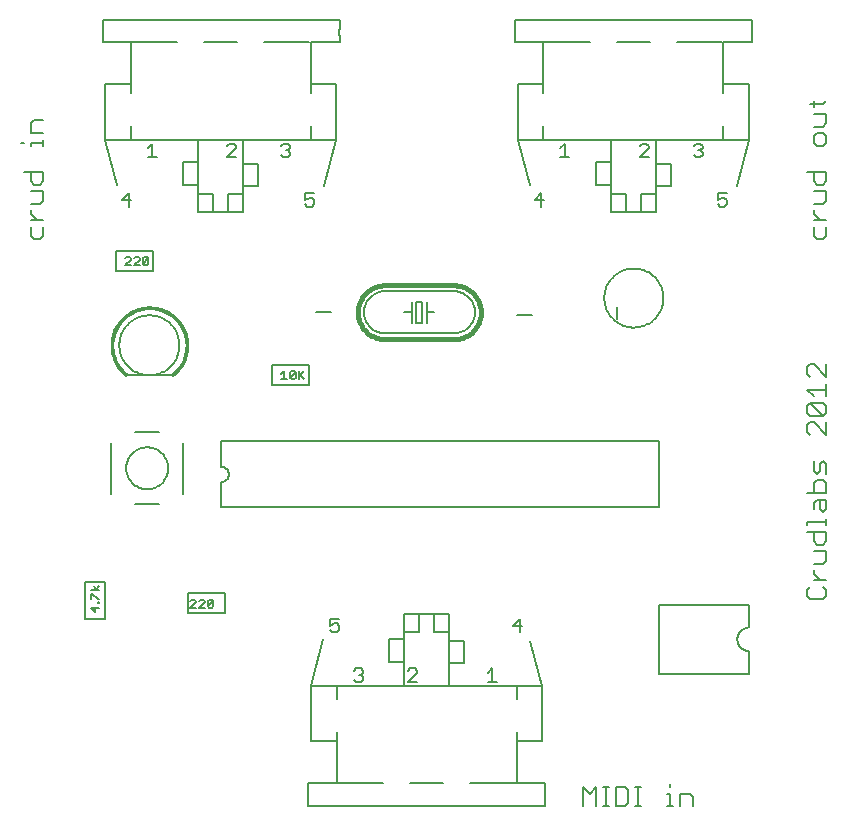
<source format=gto>
G75*
G70*
%OFA0B0*%
%FSLAX24Y24*%
%IPPOS*%
%LPD*%
%AMOC8*
5,1,8,0,0,1.08239X$1,22.5*
%
%ADD10C,0.0060*%
%ADD11C,0.0080*%
%ADD12C,0.0050*%
%ADD13C,0.0160*%
%ADD14C,0.0010*%
D10*
X009887Y000762D02*
X009887Y001062D01*
X009904Y001062D01*
X009904Y001262D01*
X009887Y001262D01*
X009887Y001512D01*
X010851Y001512D01*
X010851Y002912D01*
X010851Y003212D01*
X010851Y002912D02*
X010001Y002912D01*
X010001Y004762D01*
X010851Y004762D01*
X010851Y004312D01*
X010851Y004762D02*
X013101Y004762D01*
X013101Y005562D01*
X012601Y005562D01*
X012601Y006312D01*
X013101Y006312D01*
X013101Y006562D01*
X013601Y006562D01*
X013601Y007162D01*
X014101Y007162D01*
X014101Y006562D01*
X014601Y006562D01*
X014601Y006262D01*
X015101Y006262D01*
X015101Y005512D01*
X014601Y005512D01*
X014601Y004762D01*
X013101Y004762D01*
X013101Y005562D02*
X013101Y006312D01*
X013101Y006562D02*
X013101Y007162D01*
X013601Y007162D01*
X014101Y007162D02*
X014601Y007162D01*
X014601Y006562D01*
X014601Y006262D02*
X014601Y005512D01*
X014601Y004762D02*
X016851Y004762D01*
X016851Y004312D01*
X016851Y004762D02*
X017701Y004762D01*
X017701Y002912D01*
X016851Y002912D01*
X016851Y003212D01*
X016851Y002912D02*
X016851Y001512D01*
X015301Y001512D01*
X014401Y001512D02*
X013301Y001512D01*
X012401Y001512D02*
X010901Y001512D01*
X009887Y000762D02*
X017780Y000762D01*
X017780Y001062D01*
X017775Y001102D01*
X017775Y001302D01*
X017780Y001262D01*
X017780Y001512D01*
X016851Y001512D01*
X019064Y001376D02*
X019064Y000736D01*
X019491Y000736D02*
X019491Y001376D01*
X019277Y001163D01*
X019064Y001376D01*
X019708Y001376D02*
X019922Y001376D01*
X019815Y001376D02*
X019815Y000736D01*
X019708Y000736D02*
X019922Y000736D01*
X020138Y000736D02*
X020458Y000736D01*
X020565Y000842D01*
X020565Y001269D01*
X020458Y001376D01*
X020138Y001376D01*
X020138Y000736D01*
X020782Y000736D02*
X020996Y000736D01*
X020889Y000736D02*
X020889Y001376D01*
X020782Y001376D02*
X020996Y001376D01*
X021856Y001163D02*
X021963Y001163D01*
X021963Y000736D01*
X021856Y000736D02*
X022070Y000736D01*
X022286Y000736D02*
X022286Y001163D01*
X022606Y001163D01*
X022713Y001056D01*
X022713Y000736D01*
X021963Y001376D02*
X021963Y001483D01*
X021601Y005156D02*
X021601Y007456D01*
X024601Y007456D01*
X024601Y006706D01*
X024562Y006704D01*
X024523Y006698D01*
X024485Y006689D01*
X024448Y006676D01*
X024412Y006659D01*
X024379Y006639D01*
X024347Y006615D01*
X024318Y006589D01*
X024292Y006560D01*
X024268Y006528D01*
X024248Y006495D01*
X024231Y006459D01*
X024218Y006422D01*
X024209Y006384D01*
X024203Y006345D01*
X024201Y006306D01*
X024203Y006267D01*
X024209Y006228D01*
X024218Y006190D01*
X024231Y006153D01*
X024248Y006117D01*
X024268Y006084D01*
X024292Y006052D01*
X024318Y006023D01*
X024347Y005997D01*
X024379Y005973D01*
X024412Y005953D01*
X024448Y005936D01*
X024485Y005923D01*
X024523Y005914D01*
X024562Y005908D01*
X024601Y005906D01*
X024601Y005156D01*
X021601Y005156D01*
X017701Y004762D02*
X017301Y006262D01*
X021601Y010706D02*
X021601Y012906D01*
X007001Y012906D01*
X007001Y012056D01*
X007031Y012054D01*
X007061Y012049D01*
X007090Y012040D01*
X007117Y012027D01*
X007143Y012012D01*
X007167Y011993D01*
X007188Y011972D01*
X007207Y011948D01*
X007222Y011922D01*
X007235Y011895D01*
X007244Y011866D01*
X007249Y011836D01*
X007251Y011806D01*
X007249Y011776D01*
X007244Y011746D01*
X007235Y011717D01*
X007222Y011690D01*
X007207Y011664D01*
X007188Y011640D01*
X007167Y011619D01*
X007143Y011600D01*
X007117Y011585D01*
X007090Y011572D01*
X007061Y011563D01*
X007031Y011558D01*
X007001Y011556D01*
X007001Y010706D01*
X021601Y010706D01*
X026530Y011181D02*
X027171Y011181D01*
X027171Y011501D01*
X027064Y011608D01*
X026851Y011608D01*
X026744Y011501D01*
X026744Y011181D01*
X026851Y010963D02*
X027171Y010963D01*
X027171Y010643D01*
X027064Y010536D01*
X026957Y010643D01*
X026957Y010963D01*
X026851Y010963D02*
X026744Y010856D01*
X026744Y010643D01*
X026530Y010213D02*
X027171Y010213D01*
X027171Y010106D02*
X027171Y010320D01*
X027171Y009889D02*
X027171Y009569D01*
X027064Y009462D01*
X026851Y009462D01*
X026744Y009569D01*
X026744Y009889D01*
X026530Y009889D02*
X027171Y009889D01*
X027171Y009244D02*
X026744Y009244D01*
X026744Y008817D02*
X027064Y008817D01*
X027171Y008924D01*
X027171Y009244D01*
X026744Y008600D02*
X026744Y008494D01*
X026957Y008280D01*
X026744Y008280D02*
X027171Y008280D01*
X027064Y008063D02*
X027171Y007956D01*
X027171Y007742D01*
X027064Y007636D01*
X026637Y007636D01*
X026530Y007742D01*
X026530Y007956D01*
X026637Y008063D01*
X026530Y010106D02*
X026530Y010213D01*
X026851Y011825D02*
X026744Y011932D01*
X026744Y012252D01*
X026957Y012145D02*
X026957Y011932D01*
X026851Y011825D01*
X026957Y012145D02*
X027064Y012252D01*
X027171Y012145D01*
X027171Y011825D01*
X027171Y013114D02*
X026744Y013541D01*
X026637Y013541D01*
X026530Y013434D01*
X026530Y013221D01*
X026637Y013114D01*
X027171Y013114D02*
X027171Y013541D01*
X027064Y013759D02*
X026637Y014186D01*
X027064Y014186D01*
X027171Y014079D01*
X027171Y013865D01*
X027064Y013759D01*
X026637Y013759D01*
X026530Y013865D01*
X026530Y014079D01*
X026637Y014186D01*
X026744Y014403D02*
X026530Y014617D01*
X027171Y014617D01*
X027171Y014830D02*
X027171Y014403D01*
X027171Y015048D02*
X026744Y015475D01*
X026637Y015475D01*
X026530Y015368D01*
X026530Y015154D01*
X026637Y015048D01*
X027171Y015048D02*
X027171Y015475D01*
X027064Y019636D02*
X026851Y019636D01*
X026744Y019742D01*
X026744Y020063D01*
X026744Y020280D02*
X027171Y020280D01*
X026957Y020280D02*
X026744Y020494D01*
X026744Y020600D01*
X026744Y020817D02*
X027064Y020817D01*
X027171Y020924D01*
X027171Y021244D01*
X026744Y021244D01*
X026851Y021462D02*
X026744Y021569D01*
X026744Y021889D01*
X026530Y021889D02*
X027171Y021889D01*
X027171Y021569D01*
X027064Y021462D01*
X026851Y021462D01*
X026851Y022751D02*
X027064Y022751D01*
X027171Y022858D01*
X027171Y023071D01*
X027064Y023178D01*
X026851Y023178D01*
X026744Y023071D01*
X026744Y022858D01*
X026851Y022751D01*
X026744Y023395D02*
X027064Y023395D01*
X027171Y023502D01*
X027171Y023822D01*
X026744Y023822D01*
X026744Y024040D02*
X026744Y024253D01*
X026637Y024147D02*
X027064Y024147D01*
X027171Y024253D01*
X024690Y026199D02*
X023726Y026199D01*
X023726Y024799D01*
X023726Y024499D01*
X023726Y024799D02*
X024576Y024799D01*
X024576Y022949D01*
X023726Y022949D01*
X023726Y023399D01*
X023726Y022949D02*
X021476Y022949D01*
X021476Y022149D01*
X021976Y022149D01*
X021976Y021399D01*
X021476Y021399D01*
X021476Y021149D01*
X020976Y021149D01*
X020976Y020549D01*
X020476Y020549D01*
X020476Y021149D01*
X019976Y021149D01*
X019976Y021449D01*
X019476Y021449D01*
X019476Y022199D01*
X019976Y022199D01*
X019976Y022949D01*
X021476Y022949D01*
X021476Y022149D02*
X021476Y021399D01*
X021476Y021149D02*
X021476Y020549D01*
X020976Y020549D01*
X020476Y020549D02*
X019976Y020549D01*
X019976Y021149D01*
X019976Y021449D02*
X019976Y022199D01*
X019976Y022949D02*
X017726Y022949D01*
X017726Y023399D01*
X017726Y022949D02*
X016876Y022949D01*
X016876Y024799D01*
X017726Y024799D01*
X017726Y024499D01*
X017726Y024799D02*
X017726Y026199D01*
X019276Y026199D01*
X020176Y026199D02*
X021276Y026199D01*
X022176Y026199D02*
X023676Y026199D01*
X024690Y026199D02*
X024690Y026449D01*
X024673Y026449D01*
X024673Y026649D01*
X024690Y026649D01*
X024690Y026949D01*
X016797Y026949D01*
X016797Y026649D01*
X016801Y026610D01*
X016801Y026410D01*
X016797Y026449D01*
X016797Y026199D01*
X017726Y026199D01*
X016876Y022949D02*
X017276Y021449D01*
X014751Y017906D02*
X012451Y017906D01*
X012400Y017904D01*
X012349Y017899D01*
X012299Y017889D01*
X012249Y017876D01*
X012201Y017860D01*
X012154Y017840D01*
X012108Y017816D01*
X012065Y017790D01*
X012023Y017760D01*
X011984Y017727D01*
X011947Y017692D01*
X011913Y017654D01*
X011882Y017613D01*
X011853Y017571D01*
X011828Y017526D01*
X011807Y017480D01*
X011788Y017432D01*
X011774Y017383D01*
X011763Y017333D01*
X011755Y017283D01*
X011751Y017232D01*
X011751Y017180D01*
X011755Y017129D01*
X011763Y017079D01*
X011774Y017029D01*
X011788Y016980D01*
X011807Y016932D01*
X011828Y016886D01*
X011853Y016841D01*
X011882Y016799D01*
X011913Y016758D01*
X011947Y016720D01*
X011984Y016685D01*
X012023Y016652D01*
X012065Y016622D01*
X012108Y016596D01*
X012154Y016572D01*
X012201Y016552D01*
X012249Y016536D01*
X012299Y016523D01*
X012349Y016513D01*
X012400Y016508D01*
X012451Y016506D01*
X014751Y016506D01*
X014802Y016508D01*
X014853Y016513D01*
X014903Y016523D01*
X014953Y016536D01*
X015001Y016552D01*
X015048Y016572D01*
X015094Y016596D01*
X015137Y016622D01*
X015179Y016652D01*
X015218Y016685D01*
X015255Y016720D01*
X015289Y016758D01*
X015320Y016799D01*
X015349Y016841D01*
X015374Y016886D01*
X015395Y016932D01*
X015414Y016980D01*
X015428Y017029D01*
X015439Y017079D01*
X015447Y017129D01*
X015451Y017180D01*
X015451Y017232D01*
X015447Y017283D01*
X015439Y017333D01*
X015428Y017383D01*
X015414Y017432D01*
X015395Y017480D01*
X015374Y017526D01*
X015349Y017571D01*
X015320Y017613D01*
X015289Y017654D01*
X015255Y017692D01*
X015218Y017727D01*
X015179Y017760D01*
X015137Y017790D01*
X015094Y017816D01*
X015048Y017840D01*
X015001Y017860D01*
X014953Y017876D01*
X014903Y017889D01*
X014853Y017899D01*
X014802Y017904D01*
X014751Y017906D01*
X014101Y017206D02*
X013851Y017206D01*
X013851Y017556D01*
X013701Y017556D02*
X013701Y016856D01*
X013501Y016856D01*
X013501Y017556D01*
X013701Y017556D01*
X013351Y017556D02*
X013351Y017206D01*
X013101Y017206D01*
X013351Y017206D02*
X013351Y016856D01*
X013851Y016856D02*
X013851Y017206D01*
X010426Y021399D02*
X010826Y022949D01*
X009976Y022949D01*
X009976Y023399D01*
X009976Y022949D02*
X007726Y022949D01*
X007726Y022149D01*
X008226Y022149D01*
X008226Y021399D01*
X007726Y021399D01*
X007726Y021149D01*
X007226Y021149D01*
X007226Y020549D01*
X006726Y020549D01*
X006726Y021149D01*
X006226Y021149D01*
X006226Y021449D01*
X005726Y021449D01*
X005726Y022199D01*
X006226Y022199D01*
X006226Y022949D01*
X007726Y022949D01*
X007726Y022149D02*
X007726Y021399D01*
X007726Y021149D02*
X007726Y020549D01*
X007226Y020549D01*
X006726Y020549D02*
X006226Y020549D01*
X006226Y021149D01*
X006226Y021449D02*
X006226Y022199D01*
X006226Y022949D02*
X003976Y022949D01*
X003976Y023399D01*
X003976Y022949D02*
X003126Y022949D01*
X003126Y024799D01*
X003976Y024799D01*
X003976Y024499D01*
X003976Y024799D02*
X003976Y026199D01*
X005526Y026199D01*
X006426Y026199D02*
X007526Y026199D01*
X008426Y026199D02*
X009926Y026199D01*
X009976Y026199D02*
X009976Y024799D01*
X009976Y024499D01*
X009976Y024799D02*
X010826Y024799D01*
X010826Y022949D01*
X010940Y026199D02*
X009976Y026199D01*
X010940Y026199D02*
X010940Y026449D01*
X010923Y026449D01*
X010923Y026649D01*
X010940Y026649D01*
X010940Y026949D01*
X003047Y026949D01*
X003047Y026649D01*
X003051Y026610D01*
X003051Y026410D01*
X003047Y026449D01*
X003047Y026199D01*
X003976Y026199D01*
X001071Y023608D02*
X000751Y023608D01*
X000644Y023501D01*
X000644Y023181D01*
X001071Y023181D01*
X001071Y022964D02*
X001071Y022751D01*
X001071Y022858D02*
X000644Y022858D01*
X000644Y022751D01*
X000430Y022858D02*
X000324Y022858D01*
X000430Y021889D02*
X001071Y021889D01*
X001071Y021569D01*
X000964Y021462D01*
X000751Y021462D01*
X000644Y021569D01*
X000644Y021889D01*
X000644Y021244D02*
X001071Y021244D01*
X001071Y020924D01*
X000964Y020817D01*
X000644Y020817D01*
X000644Y020600D02*
X000644Y020494D01*
X000857Y020280D01*
X000644Y020280D02*
X001071Y020280D01*
X001071Y020063D02*
X001071Y019742D01*
X000964Y019636D01*
X000751Y019636D01*
X000644Y019742D01*
X000644Y020063D01*
X003526Y021449D02*
X003126Y022949D01*
X003601Y016106D02*
X003603Y016169D01*
X003609Y016231D01*
X003619Y016293D01*
X003632Y016355D01*
X003650Y016415D01*
X003671Y016474D01*
X003696Y016532D01*
X003725Y016588D01*
X003757Y016642D01*
X003792Y016694D01*
X003830Y016743D01*
X003872Y016791D01*
X003916Y016835D01*
X003964Y016877D01*
X004013Y016915D01*
X004065Y016950D01*
X004119Y016982D01*
X004175Y017011D01*
X004233Y017036D01*
X004292Y017057D01*
X004352Y017075D01*
X004414Y017088D01*
X004476Y017098D01*
X004538Y017104D01*
X004601Y017106D01*
X004664Y017104D01*
X004726Y017098D01*
X004788Y017088D01*
X004850Y017075D01*
X004910Y017057D01*
X004969Y017036D01*
X005027Y017011D01*
X005083Y016982D01*
X005137Y016950D01*
X005189Y016915D01*
X005238Y016877D01*
X005286Y016835D01*
X005330Y016791D01*
X005372Y016743D01*
X005410Y016694D01*
X005445Y016642D01*
X005477Y016588D01*
X005506Y016532D01*
X005531Y016474D01*
X005552Y016415D01*
X005570Y016355D01*
X005583Y016293D01*
X005593Y016231D01*
X005599Y016169D01*
X005601Y016106D01*
X005599Y016043D01*
X005593Y015981D01*
X005583Y015919D01*
X005570Y015857D01*
X005552Y015797D01*
X005531Y015738D01*
X005506Y015680D01*
X005477Y015624D01*
X005445Y015570D01*
X005410Y015518D01*
X005372Y015469D01*
X005330Y015421D01*
X005286Y015377D01*
X005238Y015335D01*
X005189Y015297D01*
X005137Y015262D01*
X005083Y015230D01*
X005027Y015201D01*
X004969Y015176D01*
X004910Y015155D01*
X004850Y015137D01*
X004788Y015124D01*
X004726Y015114D01*
X004664Y015108D01*
X004601Y015106D01*
X004538Y015108D01*
X004476Y015114D01*
X004414Y015124D01*
X004352Y015137D01*
X004292Y015155D01*
X004233Y015176D01*
X004175Y015201D01*
X004119Y015230D01*
X004065Y015262D01*
X004013Y015297D01*
X003964Y015335D01*
X003916Y015377D01*
X003872Y015421D01*
X003830Y015469D01*
X003792Y015518D01*
X003757Y015570D01*
X003725Y015624D01*
X003696Y015680D01*
X003671Y015738D01*
X003650Y015797D01*
X003632Y015857D01*
X003619Y015919D01*
X003609Y015981D01*
X003603Y016043D01*
X003601Y016106D01*
X010401Y006312D02*
X010001Y004762D01*
X024176Y021399D02*
X024576Y022949D01*
X027171Y020063D02*
X027171Y019742D01*
X027064Y019636D01*
D11*
X003135Y006995D02*
X002466Y006995D01*
X002466Y008216D01*
X003135Y008216D01*
X003135Y006995D01*
X005891Y007171D02*
X007111Y007171D01*
X007111Y007840D01*
X005891Y007840D01*
X005891Y007171D01*
X004926Y010806D02*
X004121Y010806D01*
X003326Y011156D02*
X003326Y012856D01*
X004133Y013206D02*
X004926Y013206D01*
X005726Y012856D02*
X005726Y011156D01*
X003826Y012006D02*
X003828Y012058D01*
X003834Y012110D01*
X003844Y012162D01*
X003857Y012212D01*
X003874Y012262D01*
X003895Y012310D01*
X003920Y012356D01*
X003948Y012400D01*
X003979Y012442D01*
X004013Y012482D01*
X004050Y012519D01*
X004090Y012553D01*
X004132Y012584D01*
X004176Y012612D01*
X004222Y012637D01*
X004270Y012658D01*
X004320Y012675D01*
X004370Y012688D01*
X004422Y012698D01*
X004474Y012704D01*
X004526Y012706D01*
X004578Y012704D01*
X004630Y012698D01*
X004682Y012688D01*
X004732Y012675D01*
X004782Y012658D01*
X004830Y012637D01*
X004876Y012612D01*
X004920Y012584D01*
X004962Y012553D01*
X005002Y012519D01*
X005039Y012482D01*
X005073Y012442D01*
X005104Y012400D01*
X005132Y012356D01*
X005157Y012310D01*
X005178Y012262D01*
X005195Y012212D01*
X005208Y012162D01*
X005218Y012110D01*
X005224Y012058D01*
X005226Y012006D01*
X005224Y011954D01*
X005218Y011902D01*
X005208Y011850D01*
X005195Y011800D01*
X005178Y011750D01*
X005157Y011702D01*
X005132Y011656D01*
X005104Y011612D01*
X005073Y011570D01*
X005039Y011530D01*
X005002Y011493D01*
X004962Y011459D01*
X004920Y011428D01*
X004876Y011400D01*
X004830Y011375D01*
X004782Y011354D01*
X004732Y011337D01*
X004682Y011324D01*
X004630Y011314D01*
X004578Y011308D01*
X004526Y011306D01*
X004474Y011308D01*
X004422Y011314D01*
X004370Y011324D01*
X004320Y011337D01*
X004270Y011354D01*
X004222Y011375D01*
X004176Y011400D01*
X004132Y011428D01*
X004090Y011459D01*
X004050Y011493D01*
X004013Y011530D01*
X003979Y011570D01*
X003948Y011612D01*
X003920Y011656D01*
X003895Y011702D01*
X003874Y011750D01*
X003857Y011800D01*
X003844Y011850D01*
X003834Y011902D01*
X003828Y011954D01*
X003826Y012006D01*
X003851Y015106D02*
X005351Y015106D01*
X008691Y015440D02*
X008691Y014771D01*
X009911Y014771D01*
X009911Y015440D01*
X008691Y015440D01*
X010151Y017206D02*
X010651Y017206D01*
X004711Y018571D02*
X003491Y018571D01*
X003491Y019240D01*
X004711Y019240D01*
X004711Y018571D01*
X016851Y017106D02*
X017351Y017106D01*
X020201Y016981D02*
X020201Y017381D01*
X019767Y017681D02*
X019769Y017743D01*
X019775Y017806D01*
X019785Y017867D01*
X019799Y017928D01*
X019816Y017988D01*
X019837Y018047D01*
X019863Y018104D01*
X019891Y018159D01*
X019923Y018213D01*
X019959Y018264D01*
X019997Y018314D01*
X020039Y018360D01*
X020083Y018404D01*
X020131Y018445D01*
X020180Y018483D01*
X020232Y018517D01*
X020286Y018548D01*
X020342Y018576D01*
X020400Y018600D01*
X020459Y018621D01*
X020519Y018637D01*
X020580Y018650D01*
X020642Y018659D01*
X020704Y018664D01*
X020767Y018665D01*
X020829Y018662D01*
X020891Y018655D01*
X020953Y018644D01*
X021013Y018629D01*
X021073Y018611D01*
X021131Y018589D01*
X021188Y018563D01*
X021243Y018533D01*
X021296Y018500D01*
X021347Y018464D01*
X021395Y018425D01*
X021441Y018382D01*
X021484Y018337D01*
X021524Y018289D01*
X021561Y018239D01*
X021595Y018186D01*
X021626Y018132D01*
X021652Y018076D01*
X021676Y018018D01*
X021695Y017958D01*
X021711Y017898D01*
X021723Y017836D01*
X021731Y017775D01*
X021735Y017712D01*
X021735Y017650D01*
X021731Y017587D01*
X021723Y017526D01*
X021711Y017464D01*
X021695Y017404D01*
X021676Y017344D01*
X021652Y017286D01*
X021626Y017230D01*
X021595Y017176D01*
X021561Y017123D01*
X021524Y017073D01*
X021484Y017025D01*
X021441Y016980D01*
X021395Y016937D01*
X021347Y016898D01*
X021296Y016862D01*
X021243Y016829D01*
X021188Y016799D01*
X021131Y016773D01*
X021073Y016751D01*
X021013Y016733D01*
X020953Y016718D01*
X020891Y016707D01*
X020829Y016700D01*
X020767Y016697D01*
X020704Y016698D01*
X020642Y016703D01*
X020580Y016712D01*
X020519Y016725D01*
X020459Y016741D01*
X020400Y016762D01*
X020342Y016786D01*
X020286Y016814D01*
X020232Y016845D01*
X020180Y016879D01*
X020131Y016917D01*
X020083Y016958D01*
X020039Y017002D01*
X019997Y017048D01*
X019959Y017098D01*
X019923Y017149D01*
X019891Y017203D01*
X019863Y017258D01*
X019837Y017315D01*
X019816Y017374D01*
X019799Y017434D01*
X019785Y017495D01*
X019775Y017556D01*
X019769Y017619D01*
X019767Y017681D01*
D12*
X017666Y020724D02*
X017666Y021175D01*
X017440Y020949D01*
X017741Y020949D01*
X018290Y022374D02*
X018591Y022374D01*
X018441Y022374D02*
X018441Y022825D01*
X018290Y022674D01*
X020940Y022749D02*
X021015Y022825D01*
X021166Y022825D01*
X021241Y022749D01*
X021241Y022674D01*
X020940Y022374D01*
X021241Y022374D01*
X022740Y022449D02*
X022815Y022374D01*
X022966Y022374D01*
X023041Y022449D01*
X023041Y022524D01*
X022966Y022599D01*
X022891Y022599D01*
X022966Y022599D02*
X023041Y022674D01*
X023041Y022749D01*
X022966Y022825D01*
X022815Y022825D01*
X022740Y022749D01*
X023540Y021175D02*
X023540Y020949D01*
X023691Y021024D01*
X023766Y021024D01*
X023841Y020949D01*
X023841Y020799D01*
X023766Y020724D01*
X023615Y020724D01*
X023540Y020799D01*
X023540Y021175D02*
X023841Y021175D01*
X010091Y021175D02*
X009790Y021175D01*
X009790Y020949D01*
X009941Y021024D01*
X010016Y021024D01*
X010091Y020949D01*
X010091Y020799D01*
X010016Y020724D01*
X009865Y020724D01*
X009790Y020799D01*
X009216Y022374D02*
X009065Y022374D01*
X008990Y022449D01*
X009141Y022599D02*
X009216Y022599D01*
X009291Y022524D01*
X009291Y022449D01*
X009216Y022374D01*
X009216Y022599D02*
X009291Y022674D01*
X009291Y022749D01*
X009216Y022825D01*
X009065Y022825D01*
X008990Y022749D01*
X007491Y022749D02*
X007491Y022674D01*
X007190Y022374D01*
X007491Y022374D01*
X007491Y022749D02*
X007416Y022825D01*
X007265Y022825D01*
X007190Y022749D01*
X004841Y022374D02*
X004540Y022374D01*
X004691Y022374D02*
X004691Y022825D01*
X004540Y022674D01*
X003916Y021175D02*
X003690Y020949D01*
X003991Y020949D01*
X003916Y020724D02*
X003916Y021175D01*
X003937Y019050D02*
X003847Y019050D01*
X003802Y019005D01*
X003937Y019050D02*
X003982Y019005D01*
X003982Y018960D01*
X003802Y018779D01*
X003982Y018779D01*
X004097Y018779D02*
X004277Y018960D01*
X004277Y019005D01*
X004232Y019050D01*
X004142Y019050D01*
X004097Y019005D01*
X004097Y018779D02*
X004277Y018779D01*
X004391Y018824D02*
X004571Y019005D01*
X004571Y018824D01*
X004526Y018779D01*
X004436Y018779D01*
X004391Y018824D01*
X004391Y019005D01*
X004436Y019050D01*
X004526Y019050D01*
X004571Y019005D01*
X009002Y015160D02*
X009092Y015250D01*
X009092Y014979D01*
X009002Y014979D02*
X009182Y014979D01*
X009297Y015024D02*
X009477Y015205D01*
X009477Y015024D01*
X009432Y014979D01*
X009342Y014979D01*
X009297Y015024D01*
X009297Y015205D01*
X009342Y015250D01*
X009432Y015250D01*
X009477Y015205D01*
X009591Y015250D02*
X009591Y014979D01*
X009591Y015069D02*
X009771Y015250D01*
X009636Y015114D02*
X009771Y014979D01*
X002927Y008080D02*
X002837Y007945D01*
X002747Y008080D01*
X002657Y007945D02*
X002927Y007945D01*
X002702Y007831D02*
X002882Y007651D01*
X002927Y007651D01*
X002927Y007548D02*
X002927Y007503D01*
X002882Y007503D01*
X002882Y007548D01*
X002927Y007548D01*
X002927Y007344D02*
X002657Y007344D01*
X002792Y007209D01*
X002792Y007389D01*
X002657Y007651D02*
X002657Y007831D01*
X002702Y007831D01*
X005966Y007587D02*
X006011Y007632D01*
X006101Y007632D01*
X006146Y007587D01*
X006146Y007542D01*
X005966Y007362D01*
X006146Y007362D01*
X006260Y007362D02*
X006440Y007542D01*
X006440Y007587D01*
X006395Y007632D01*
X006305Y007632D01*
X006260Y007587D01*
X006260Y007362D02*
X006440Y007362D01*
X006555Y007407D02*
X006735Y007587D01*
X006735Y007407D01*
X006690Y007362D01*
X006600Y007362D01*
X006555Y007407D01*
X006555Y007587D01*
X006600Y007632D01*
X006690Y007632D01*
X006735Y007587D01*
X010626Y006988D02*
X010626Y006762D01*
X010776Y006837D01*
X010851Y006837D01*
X010926Y006762D01*
X010926Y006612D01*
X010851Y006537D01*
X010701Y006537D01*
X010626Y006612D01*
X010626Y006988D02*
X010926Y006988D01*
X011501Y005338D02*
X011651Y005338D01*
X011726Y005262D01*
X011726Y005187D01*
X011651Y005112D01*
X011726Y005037D01*
X011726Y004962D01*
X011651Y004887D01*
X011501Y004887D01*
X011426Y004962D01*
X011576Y005112D02*
X011651Y005112D01*
X011426Y005262D02*
X011501Y005338D01*
X013226Y005262D02*
X013301Y005338D01*
X013451Y005338D01*
X013526Y005262D01*
X013526Y005187D01*
X013226Y004887D01*
X013526Y004887D01*
X015876Y004887D02*
X016176Y004887D01*
X016026Y004887D02*
X016026Y005338D01*
X015876Y005187D01*
X016951Y006537D02*
X016951Y006988D01*
X016726Y006762D01*
X017026Y006762D01*
D13*
X014751Y016306D02*
X012451Y016306D01*
X012392Y016308D01*
X012334Y016314D01*
X012275Y016323D01*
X012218Y016337D01*
X012162Y016354D01*
X012107Y016375D01*
X012053Y016399D01*
X012001Y016427D01*
X011951Y016458D01*
X011903Y016492D01*
X011858Y016529D01*
X011815Y016570D01*
X011774Y016613D01*
X011737Y016658D01*
X011703Y016706D01*
X011672Y016756D01*
X011644Y016808D01*
X011620Y016862D01*
X011599Y016917D01*
X011582Y016973D01*
X011568Y017030D01*
X011559Y017089D01*
X011553Y017147D01*
X011551Y017206D01*
X011553Y017265D01*
X011559Y017323D01*
X011568Y017382D01*
X011582Y017439D01*
X011599Y017495D01*
X011620Y017550D01*
X011644Y017604D01*
X011672Y017656D01*
X011703Y017706D01*
X011737Y017754D01*
X011774Y017799D01*
X011815Y017842D01*
X011858Y017883D01*
X011903Y017920D01*
X011951Y017954D01*
X012001Y017985D01*
X012053Y018013D01*
X012107Y018037D01*
X012162Y018058D01*
X012218Y018075D01*
X012275Y018089D01*
X012334Y018098D01*
X012392Y018104D01*
X012451Y018106D01*
X014751Y018106D01*
X014810Y018104D01*
X014868Y018098D01*
X014927Y018089D01*
X014984Y018075D01*
X015040Y018058D01*
X015095Y018037D01*
X015149Y018013D01*
X015201Y017985D01*
X015251Y017954D01*
X015299Y017920D01*
X015344Y017883D01*
X015387Y017842D01*
X015428Y017799D01*
X015465Y017754D01*
X015499Y017706D01*
X015530Y017656D01*
X015558Y017604D01*
X015582Y017550D01*
X015603Y017495D01*
X015620Y017439D01*
X015634Y017382D01*
X015643Y017323D01*
X015649Y017265D01*
X015651Y017206D01*
X015649Y017147D01*
X015643Y017089D01*
X015634Y017030D01*
X015620Y016973D01*
X015603Y016917D01*
X015582Y016862D01*
X015558Y016808D01*
X015530Y016756D01*
X015499Y016706D01*
X015465Y016658D01*
X015428Y016613D01*
X015387Y016570D01*
X015344Y016529D01*
X015299Y016492D01*
X015251Y016458D01*
X015201Y016427D01*
X015149Y016399D01*
X015095Y016375D01*
X015040Y016354D01*
X014984Y016337D01*
X014927Y016323D01*
X014868Y016314D01*
X014810Y016308D01*
X014751Y016306D01*
D14*
X005381Y015074D02*
X005327Y015146D01*
X005328Y015145D02*
X005381Y015188D01*
X005432Y015233D01*
X005480Y015282D01*
X005525Y015333D01*
X005568Y015387D01*
X005607Y015443D01*
X005643Y015501D01*
X005676Y015561D01*
X005705Y015622D01*
X005730Y015686D01*
X005752Y015750D01*
X005771Y015816D01*
X005785Y015883D01*
X005796Y015950D01*
X005803Y016018D01*
X005806Y016086D01*
X005805Y016155D01*
X005800Y016223D01*
X005792Y016291D01*
X005779Y016358D01*
X005763Y016424D01*
X005743Y016489D01*
X005720Y016554D01*
X005693Y016616D01*
X005662Y016677D01*
X005628Y016736D01*
X005591Y016794D01*
X005550Y016849D01*
X005506Y016901D01*
X005460Y016951D01*
X005411Y016998D01*
X005359Y017043D01*
X005305Y017084D01*
X005248Y017123D01*
X005189Y017158D01*
X005129Y017189D01*
X005067Y017217D01*
X005003Y017242D01*
X004938Y017263D01*
X004872Y017280D01*
X004805Y017294D01*
X004737Y017303D01*
X004669Y017309D01*
X004601Y017311D01*
X004533Y017309D01*
X004465Y017303D01*
X004397Y017294D01*
X004330Y017280D01*
X004264Y017263D01*
X004199Y017242D01*
X004135Y017217D01*
X004073Y017189D01*
X004013Y017158D01*
X003954Y017123D01*
X003897Y017084D01*
X003843Y017043D01*
X003791Y016998D01*
X003742Y016951D01*
X003696Y016901D01*
X003652Y016849D01*
X003611Y016794D01*
X003574Y016736D01*
X003540Y016677D01*
X003509Y016616D01*
X003482Y016554D01*
X003459Y016489D01*
X003439Y016424D01*
X003423Y016358D01*
X003410Y016291D01*
X003402Y016223D01*
X003397Y016155D01*
X003396Y016086D01*
X003399Y016018D01*
X003406Y015950D01*
X003417Y015883D01*
X003431Y015816D01*
X003450Y015750D01*
X003472Y015686D01*
X003497Y015622D01*
X003526Y015561D01*
X003559Y015501D01*
X003595Y015443D01*
X003634Y015387D01*
X003677Y015333D01*
X003722Y015282D01*
X003770Y015233D01*
X003821Y015188D01*
X003874Y015145D01*
X003821Y015074D01*
X003820Y015073D01*
X003765Y015117D01*
X003712Y015165D01*
X003661Y015215D01*
X003614Y015268D01*
X003570Y015323D01*
X003528Y015381D01*
X003490Y015441D01*
X003455Y015502D01*
X003424Y015566D01*
X003396Y015631D01*
X003372Y015698D01*
X003351Y015766D01*
X003335Y015835D01*
X003322Y015905D01*
X003313Y015975D01*
X003307Y016046D01*
X003306Y016117D01*
X003309Y016188D01*
X003315Y016259D01*
X003325Y016329D01*
X003339Y016398D01*
X003357Y016467D01*
X003379Y016535D01*
X003404Y016601D01*
X003433Y016666D01*
X003466Y016729D01*
X003502Y016790D01*
X003541Y016849D01*
X003583Y016906D01*
X003628Y016961D01*
X003677Y017013D01*
X003728Y017062D01*
X003781Y017109D01*
X003838Y017152D01*
X003896Y017192D01*
X003957Y017229D01*
X004019Y017263D01*
X004083Y017293D01*
X004149Y017320D01*
X004216Y017343D01*
X004285Y017362D01*
X004354Y017377D01*
X004424Y017389D01*
X004495Y017397D01*
X004566Y017401D01*
X004636Y017401D01*
X004707Y017397D01*
X004778Y017389D01*
X004848Y017377D01*
X004917Y017362D01*
X004986Y017343D01*
X005053Y017320D01*
X005119Y017293D01*
X005183Y017263D01*
X005245Y017229D01*
X005306Y017192D01*
X005364Y017152D01*
X005421Y017109D01*
X005474Y017062D01*
X005525Y017013D01*
X005574Y016961D01*
X005619Y016906D01*
X005661Y016849D01*
X005700Y016790D01*
X005736Y016729D01*
X005769Y016666D01*
X005798Y016601D01*
X005823Y016535D01*
X005845Y016467D01*
X005863Y016398D01*
X005877Y016329D01*
X005887Y016259D01*
X005893Y016188D01*
X005896Y016117D01*
X005895Y016046D01*
X005889Y015975D01*
X005880Y015905D01*
X005867Y015835D01*
X005851Y015766D01*
X005830Y015698D01*
X005806Y015631D01*
X005778Y015566D01*
X005747Y015502D01*
X005712Y015441D01*
X005674Y015381D01*
X005632Y015323D01*
X005588Y015268D01*
X005541Y015215D01*
X005490Y015165D01*
X005437Y015117D01*
X005382Y015073D01*
X005377Y015080D01*
X005432Y015125D01*
X005485Y015172D01*
X005536Y015223D01*
X005583Y015276D01*
X005628Y015332D01*
X005669Y015390D01*
X005707Y015450D01*
X005742Y015512D01*
X005773Y015576D01*
X005800Y015642D01*
X005824Y015709D01*
X005844Y015778D01*
X005861Y015847D01*
X005873Y015917D01*
X005882Y015988D01*
X005886Y016059D01*
X005887Y016130D01*
X005883Y016201D01*
X005876Y016272D01*
X005865Y016343D01*
X005850Y016412D01*
X005831Y016481D01*
X005808Y016549D01*
X005782Y016615D01*
X005752Y016680D01*
X005718Y016742D01*
X005682Y016803D01*
X005641Y016862D01*
X005598Y016919D01*
X005551Y016973D01*
X005502Y017024D01*
X005449Y017072D01*
X005395Y017118D01*
X005337Y017160D01*
X005278Y017199D01*
X005216Y017235D01*
X005153Y017268D01*
X005088Y017296D01*
X005021Y017322D01*
X004953Y017343D01*
X004884Y017361D01*
X004814Y017374D01*
X004743Y017384D01*
X004672Y017390D01*
X004601Y017392D01*
X004530Y017390D01*
X004459Y017384D01*
X004388Y017374D01*
X004318Y017361D01*
X004249Y017343D01*
X004181Y017322D01*
X004114Y017296D01*
X004049Y017268D01*
X003986Y017235D01*
X003924Y017199D01*
X003865Y017160D01*
X003807Y017118D01*
X003753Y017072D01*
X003700Y017024D01*
X003651Y016973D01*
X003604Y016919D01*
X003561Y016862D01*
X003520Y016803D01*
X003484Y016742D01*
X003450Y016680D01*
X003420Y016615D01*
X003394Y016549D01*
X003371Y016481D01*
X003352Y016412D01*
X003337Y016343D01*
X003326Y016272D01*
X003319Y016201D01*
X003315Y016130D01*
X003316Y016059D01*
X003320Y015988D01*
X003329Y015917D01*
X003341Y015847D01*
X003358Y015778D01*
X003378Y015709D01*
X003402Y015642D01*
X003429Y015576D01*
X003460Y015512D01*
X003495Y015450D01*
X003533Y015390D01*
X003574Y015332D01*
X003619Y015276D01*
X003666Y015223D01*
X003717Y015172D01*
X003770Y015125D01*
X003825Y015080D01*
X003831Y015087D01*
X003776Y015132D01*
X003723Y015179D01*
X003673Y015229D01*
X003626Y015282D01*
X003582Y015337D01*
X003540Y015395D01*
X003503Y015454D01*
X003468Y015516D01*
X003437Y015580D01*
X003410Y015645D01*
X003386Y015712D01*
X003366Y015780D01*
X003350Y015849D01*
X003338Y015918D01*
X003329Y015989D01*
X003325Y016059D01*
X003324Y016130D01*
X003328Y016201D01*
X003335Y016271D01*
X003346Y016341D01*
X003361Y016410D01*
X003380Y016478D01*
X003402Y016546D01*
X003428Y016611D01*
X003458Y016676D01*
X003491Y016738D01*
X003528Y016798D01*
X003568Y016857D01*
X003611Y016913D01*
X003657Y016967D01*
X003707Y017017D01*
X003758Y017066D01*
X003813Y017111D01*
X003870Y017153D01*
X003929Y017192D01*
X003990Y017227D01*
X004053Y017260D01*
X004118Y017288D01*
X004184Y017313D01*
X004252Y017334D01*
X004320Y017352D01*
X004390Y017365D01*
X004460Y017375D01*
X004530Y017381D01*
X004601Y017383D01*
X004672Y017381D01*
X004742Y017375D01*
X004812Y017365D01*
X004882Y017352D01*
X004950Y017334D01*
X005018Y017313D01*
X005084Y017288D01*
X005149Y017260D01*
X005212Y017227D01*
X005273Y017192D01*
X005332Y017153D01*
X005389Y017111D01*
X005444Y017066D01*
X005495Y017017D01*
X005545Y016967D01*
X005591Y016913D01*
X005634Y016857D01*
X005674Y016798D01*
X005711Y016738D01*
X005744Y016676D01*
X005774Y016611D01*
X005800Y016546D01*
X005822Y016478D01*
X005841Y016410D01*
X005856Y016341D01*
X005867Y016271D01*
X005874Y016201D01*
X005878Y016130D01*
X005877Y016059D01*
X005873Y015989D01*
X005864Y015918D01*
X005852Y015849D01*
X005836Y015780D01*
X005816Y015712D01*
X005792Y015645D01*
X005765Y015580D01*
X005734Y015516D01*
X005699Y015454D01*
X005662Y015395D01*
X005620Y015337D01*
X005576Y015282D01*
X005529Y015229D01*
X005479Y015179D01*
X005426Y015132D01*
X005371Y015087D01*
X005366Y015095D01*
X005421Y015139D01*
X005474Y015187D01*
X005524Y015237D01*
X005572Y015290D01*
X005616Y015346D01*
X005657Y015404D01*
X005694Y015464D01*
X005729Y015526D01*
X005759Y015590D01*
X005786Y015656D01*
X005810Y015723D01*
X005829Y015791D01*
X005845Y015861D01*
X005857Y015931D01*
X005865Y016001D01*
X005869Y016072D01*
X005868Y016143D01*
X005864Y016214D01*
X005856Y016285D01*
X005844Y016355D01*
X005828Y016424D01*
X005809Y016492D01*
X005785Y016560D01*
X005758Y016625D01*
X005727Y016689D01*
X005693Y016751D01*
X005655Y016811D01*
X005613Y016869D01*
X005569Y016925D01*
X005522Y016978D01*
X005471Y017028D01*
X005418Y017075D01*
X005363Y017120D01*
X005305Y017161D01*
X005245Y017198D01*
X005182Y017233D01*
X005118Y017264D01*
X005053Y017291D01*
X004986Y017314D01*
X004917Y017334D01*
X004848Y017350D01*
X004778Y017362D01*
X004707Y017370D01*
X004637Y017374D01*
X004565Y017374D01*
X004495Y017370D01*
X004424Y017362D01*
X004354Y017350D01*
X004285Y017334D01*
X004216Y017314D01*
X004149Y017291D01*
X004084Y017264D01*
X004020Y017233D01*
X003957Y017198D01*
X003897Y017161D01*
X003839Y017120D01*
X003784Y017075D01*
X003731Y017028D01*
X003680Y016978D01*
X003633Y016925D01*
X003589Y016869D01*
X003547Y016811D01*
X003509Y016751D01*
X003475Y016689D01*
X003444Y016625D01*
X003417Y016560D01*
X003393Y016492D01*
X003374Y016424D01*
X003358Y016355D01*
X003346Y016285D01*
X003338Y016214D01*
X003334Y016143D01*
X003333Y016072D01*
X003337Y016001D01*
X003345Y015931D01*
X003357Y015861D01*
X003373Y015791D01*
X003392Y015723D01*
X003416Y015656D01*
X003443Y015590D01*
X003473Y015526D01*
X003508Y015464D01*
X003545Y015404D01*
X003586Y015346D01*
X003630Y015290D01*
X003678Y015237D01*
X003728Y015187D01*
X003781Y015139D01*
X003836Y015095D01*
X003842Y015102D01*
X003787Y015146D01*
X003734Y015193D01*
X003684Y015243D01*
X003637Y015296D01*
X003593Y015351D01*
X003553Y015409D01*
X003515Y015468D01*
X003481Y015530D01*
X003451Y015594D01*
X003424Y015659D01*
X003401Y015726D01*
X003381Y015794D01*
X003366Y015862D01*
X003354Y015932D01*
X003346Y016002D01*
X003342Y016073D01*
X003343Y016143D01*
X003347Y016214D01*
X003355Y016284D01*
X003367Y016353D01*
X003382Y016422D01*
X003402Y016490D01*
X003425Y016556D01*
X003452Y016621D01*
X003483Y016685D01*
X003517Y016747D01*
X003555Y016806D01*
X003596Y016864D01*
X003640Y016919D01*
X003687Y016972D01*
X003737Y017021D01*
X003789Y017068D01*
X003845Y017112D01*
X003902Y017153D01*
X003962Y017191D01*
X004024Y017225D01*
X004087Y017255D01*
X004152Y017282D01*
X004219Y017306D01*
X004287Y017325D01*
X004356Y017341D01*
X004425Y017353D01*
X004495Y017361D01*
X004566Y017365D01*
X004636Y017365D01*
X004707Y017361D01*
X004777Y017353D01*
X004846Y017341D01*
X004915Y017325D01*
X004983Y017306D01*
X005050Y017282D01*
X005115Y017255D01*
X005178Y017225D01*
X005240Y017191D01*
X005300Y017153D01*
X005357Y017112D01*
X005413Y017068D01*
X005465Y017021D01*
X005515Y016972D01*
X005562Y016919D01*
X005606Y016864D01*
X005647Y016806D01*
X005685Y016747D01*
X005719Y016685D01*
X005750Y016621D01*
X005777Y016556D01*
X005800Y016490D01*
X005820Y016422D01*
X005835Y016353D01*
X005847Y016284D01*
X005855Y016214D01*
X005859Y016143D01*
X005860Y016073D01*
X005856Y016002D01*
X005848Y015932D01*
X005836Y015862D01*
X005821Y015794D01*
X005801Y015726D01*
X005778Y015659D01*
X005751Y015594D01*
X005721Y015530D01*
X005687Y015468D01*
X005649Y015409D01*
X005609Y015351D01*
X005565Y015296D01*
X005518Y015243D01*
X005468Y015193D01*
X005415Y015146D01*
X005360Y015102D01*
X005355Y015109D01*
X005410Y015153D01*
X005462Y015200D01*
X005511Y015249D01*
X005558Y015302D01*
X005601Y015356D01*
X005642Y015414D01*
X005679Y015473D01*
X005713Y015534D01*
X005743Y015598D01*
X005770Y015662D01*
X005793Y015729D01*
X005812Y015796D01*
X005827Y015864D01*
X005839Y015933D01*
X005847Y016003D01*
X005851Y016073D01*
X005850Y016143D01*
X005846Y016213D01*
X005838Y016282D01*
X005827Y016351D01*
X005811Y016420D01*
X005792Y016487D01*
X005768Y016553D01*
X005741Y016618D01*
X005711Y016681D01*
X005677Y016742D01*
X005640Y016801D01*
X005599Y016859D01*
X005555Y016913D01*
X005509Y016965D01*
X005459Y017015D01*
X005407Y017062D01*
X005352Y017105D01*
X005295Y017146D01*
X005236Y017183D01*
X005174Y017217D01*
X005111Y017247D01*
X005046Y017274D01*
X004980Y017297D01*
X004913Y017316D01*
X004845Y017332D01*
X004776Y017344D01*
X004706Y017352D01*
X004636Y017356D01*
X004566Y017356D01*
X004496Y017352D01*
X004426Y017344D01*
X004357Y017332D01*
X004289Y017316D01*
X004222Y017297D01*
X004156Y017274D01*
X004091Y017247D01*
X004028Y017217D01*
X003966Y017183D01*
X003907Y017146D01*
X003850Y017105D01*
X003795Y017062D01*
X003743Y017015D01*
X003693Y016965D01*
X003647Y016913D01*
X003603Y016859D01*
X003562Y016801D01*
X003525Y016742D01*
X003491Y016681D01*
X003461Y016618D01*
X003434Y016553D01*
X003410Y016487D01*
X003391Y016420D01*
X003375Y016351D01*
X003364Y016282D01*
X003356Y016213D01*
X003352Y016143D01*
X003351Y016073D01*
X003355Y016003D01*
X003363Y015933D01*
X003375Y015864D01*
X003390Y015796D01*
X003409Y015729D01*
X003432Y015662D01*
X003459Y015598D01*
X003489Y015534D01*
X003523Y015473D01*
X003560Y015414D01*
X003601Y015356D01*
X003644Y015302D01*
X003691Y015249D01*
X003740Y015200D01*
X003792Y015153D01*
X003847Y015109D01*
X003852Y015116D01*
X003798Y015160D01*
X003746Y015206D01*
X003697Y015255D01*
X003651Y015307D01*
X003608Y015362D01*
X003568Y015419D01*
X003531Y015478D01*
X003497Y015539D01*
X003467Y015601D01*
X003441Y015666D01*
X003418Y015731D01*
X003399Y015798D01*
X003383Y015866D01*
X003372Y015935D01*
X003364Y016004D01*
X003360Y016073D01*
X003361Y016143D01*
X003365Y016212D01*
X003372Y016281D01*
X003384Y016350D01*
X003400Y016417D01*
X003419Y016484D01*
X003442Y016550D01*
X003469Y016614D01*
X003499Y016677D01*
X003533Y016738D01*
X003570Y016796D01*
X003610Y016853D01*
X003653Y016907D01*
X003700Y016959D01*
X003749Y017008D01*
X003801Y017055D01*
X003855Y017098D01*
X003912Y017138D01*
X003971Y017175D01*
X004032Y017209D01*
X004095Y017239D01*
X004159Y017266D01*
X004224Y017289D01*
X004291Y017308D01*
X004359Y017323D01*
X004428Y017335D01*
X004497Y017343D01*
X004566Y017347D01*
X004636Y017347D01*
X004705Y017343D01*
X004774Y017335D01*
X004843Y017323D01*
X004911Y017308D01*
X004978Y017289D01*
X005043Y017266D01*
X005107Y017239D01*
X005170Y017209D01*
X005231Y017175D01*
X005290Y017138D01*
X005347Y017098D01*
X005401Y017055D01*
X005453Y017008D01*
X005502Y016959D01*
X005549Y016907D01*
X005592Y016853D01*
X005632Y016796D01*
X005669Y016738D01*
X005703Y016677D01*
X005733Y016614D01*
X005760Y016550D01*
X005783Y016484D01*
X005802Y016417D01*
X005818Y016350D01*
X005830Y016281D01*
X005837Y016212D01*
X005841Y016143D01*
X005842Y016073D01*
X005838Y016004D01*
X005830Y015935D01*
X005819Y015866D01*
X005803Y015798D01*
X005784Y015731D01*
X005761Y015666D01*
X005735Y015601D01*
X005705Y015539D01*
X005671Y015478D01*
X005634Y015419D01*
X005594Y015362D01*
X005551Y015307D01*
X005505Y015255D01*
X005456Y015206D01*
X005404Y015160D01*
X005350Y015116D01*
X005344Y015123D01*
X005398Y015167D01*
X005449Y015213D01*
X005498Y015262D01*
X005544Y015313D01*
X005587Y015367D01*
X005627Y015424D01*
X005663Y015482D01*
X005697Y015543D01*
X005727Y015605D01*
X005753Y015669D01*
X005775Y015734D01*
X005794Y015800D01*
X005810Y015868D01*
X005821Y015936D01*
X005829Y016004D01*
X005833Y016073D01*
X005832Y016142D01*
X005828Y016211D01*
X005821Y016280D01*
X005809Y016348D01*
X005794Y016415D01*
X005774Y016482D01*
X005751Y016547D01*
X005725Y016610D01*
X005695Y016673D01*
X005662Y016733D01*
X005625Y016791D01*
X005585Y016848D01*
X005542Y016902D01*
X005496Y016953D01*
X005447Y017002D01*
X005395Y017048D01*
X005341Y017091D01*
X005285Y017131D01*
X005226Y017167D01*
X005166Y017201D01*
X005104Y017231D01*
X005040Y017257D01*
X004975Y017280D01*
X004908Y017299D01*
X004841Y017314D01*
X004773Y017326D01*
X004704Y017334D01*
X004636Y017338D01*
X004566Y017338D01*
X004498Y017334D01*
X004429Y017326D01*
X004361Y017314D01*
X004294Y017299D01*
X004227Y017280D01*
X004162Y017257D01*
X004098Y017231D01*
X004036Y017201D01*
X003976Y017167D01*
X003917Y017131D01*
X003861Y017091D01*
X003807Y017048D01*
X003755Y017002D01*
X003706Y016953D01*
X003660Y016902D01*
X003617Y016848D01*
X003577Y016791D01*
X003540Y016733D01*
X003507Y016673D01*
X003477Y016610D01*
X003451Y016547D01*
X003428Y016482D01*
X003408Y016415D01*
X003393Y016348D01*
X003381Y016280D01*
X003374Y016211D01*
X003370Y016142D01*
X003369Y016073D01*
X003373Y016004D01*
X003381Y015936D01*
X003392Y015868D01*
X003408Y015800D01*
X003427Y015734D01*
X003449Y015669D01*
X003475Y015605D01*
X003505Y015543D01*
X003539Y015482D01*
X003575Y015424D01*
X003615Y015367D01*
X003658Y015313D01*
X003704Y015262D01*
X003753Y015213D01*
X003804Y015167D01*
X003858Y015123D01*
X003863Y015131D01*
X003809Y015174D01*
X003758Y015220D01*
X003709Y015270D01*
X003663Y015321D01*
X003620Y015376D01*
X003580Y015433D01*
X003544Y015491D01*
X003510Y015552D01*
X003481Y015615D01*
X003455Y015679D01*
X003433Y015745D01*
X003414Y015812D01*
X003399Y015879D01*
X003388Y015948D01*
X003381Y016017D01*
X003378Y016086D01*
X003379Y016155D01*
X003384Y016225D01*
X003392Y016293D01*
X003405Y016361D01*
X003421Y016429D01*
X003442Y016495D01*
X003465Y016560D01*
X003493Y016624D01*
X003524Y016686D01*
X003559Y016746D01*
X003597Y016804D01*
X003638Y016860D01*
X003682Y016913D01*
X003729Y016964D01*
X003779Y017012D01*
X003832Y017057D01*
X003887Y017099D01*
X003944Y017138D01*
X004004Y017173D01*
X004065Y017205D01*
X004128Y017234D01*
X004193Y017259D01*
X004259Y017280D01*
X004326Y017298D01*
X004394Y017311D01*
X004463Y017321D01*
X004532Y017327D01*
X004601Y017329D01*
X004670Y017327D01*
X004739Y017321D01*
X004808Y017311D01*
X004876Y017298D01*
X004943Y017280D01*
X005009Y017259D01*
X005074Y017234D01*
X005137Y017205D01*
X005198Y017173D01*
X005258Y017138D01*
X005315Y017099D01*
X005370Y017057D01*
X005423Y017012D01*
X005473Y016964D01*
X005520Y016913D01*
X005564Y016860D01*
X005605Y016804D01*
X005643Y016746D01*
X005678Y016686D01*
X005709Y016624D01*
X005737Y016560D01*
X005760Y016495D01*
X005781Y016429D01*
X005797Y016361D01*
X005810Y016293D01*
X005818Y016225D01*
X005823Y016155D01*
X005824Y016086D01*
X005821Y016017D01*
X005814Y015948D01*
X005803Y015879D01*
X005788Y015812D01*
X005769Y015745D01*
X005747Y015679D01*
X005721Y015615D01*
X005692Y015552D01*
X005658Y015491D01*
X005622Y015433D01*
X005582Y015376D01*
X005539Y015321D01*
X005493Y015270D01*
X005444Y015220D01*
X005393Y015174D01*
X005339Y015131D01*
X005333Y015138D01*
X005387Y015181D01*
X005438Y015227D01*
X005487Y015276D01*
X005532Y015327D01*
X005575Y015381D01*
X005614Y015438D01*
X005651Y015496D01*
X005684Y015556D01*
X005713Y015619D01*
X005739Y015682D01*
X005761Y015748D01*
X005779Y015814D01*
X005794Y015881D01*
X005805Y015949D01*
X005812Y016018D01*
X005815Y016086D01*
X005814Y016155D01*
X005809Y016224D01*
X005801Y016292D01*
X005788Y016360D01*
X005772Y016426D01*
X005752Y016492D01*
X005728Y016557D01*
X005701Y016620D01*
X005670Y016681D01*
X005636Y016741D01*
X005598Y016799D01*
X005557Y016854D01*
X005513Y016907D01*
X005466Y016957D01*
X005417Y017005D01*
X005365Y017050D01*
X005310Y017092D01*
X005253Y017130D01*
X005194Y017165D01*
X005133Y017197D01*
X005070Y017226D01*
X005006Y017250D01*
X004940Y017272D01*
X004874Y017289D01*
X004806Y017302D01*
X004738Y017312D01*
X004670Y017318D01*
X004601Y017320D01*
X004532Y017318D01*
X004464Y017312D01*
X004396Y017302D01*
X004328Y017289D01*
X004262Y017272D01*
X004196Y017250D01*
X004132Y017226D01*
X004069Y017197D01*
X004008Y017165D01*
X003949Y017130D01*
X003892Y017092D01*
X003837Y017050D01*
X003785Y017005D01*
X003736Y016957D01*
X003689Y016907D01*
X003645Y016854D01*
X003604Y016799D01*
X003566Y016741D01*
X003532Y016681D01*
X003501Y016620D01*
X003474Y016557D01*
X003450Y016492D01*
X003430Y016426D01*
X003414Y016360D01*
X003401Y016292D01*
X003393Y016224D01*
X003388Y016155D01*
X003387Y016086D01*
X003390Y016018D01*
X003397Y015949D01*
X003408Y015881D01*
X003423Y015814D01*
X003441Y015748D01*
X003463Y015682D01*
X003489Y015619D01*
X003518Y015556D01*
X003551Y015496D01*
X003588Y015438D01*
X003627Y015381D01*
X003670Y015327D01*
X003715Y015276D01*
X003764Y015227D01*
X003815Y015181D01*
X003869Y015138D01*
M02*

</source>
